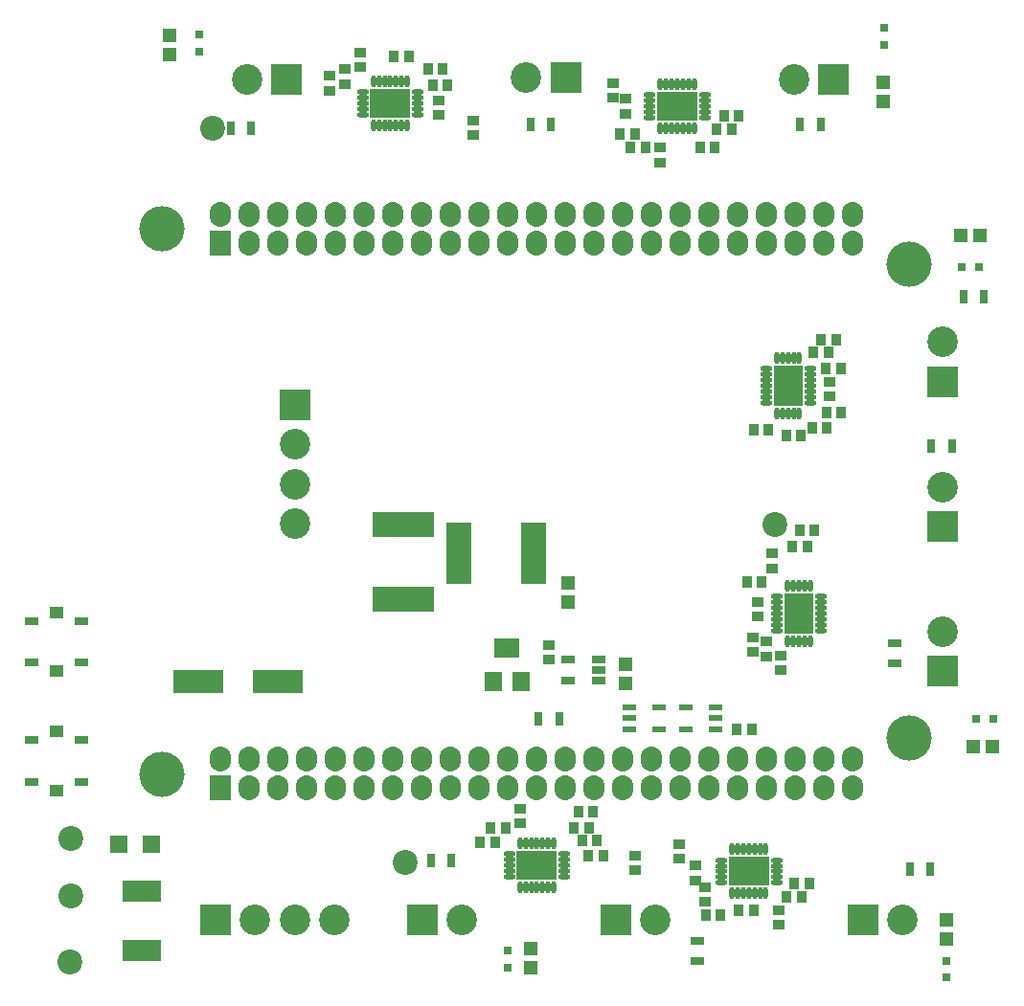
<source format=gts>
G04 DipTrace 3.3.1.3*
G04 Powerboardv0.7.gts*
%MOMM*%
G04 #@! TF.FileFunction,Soldermask,Top*
G04 #@! TF.Part,Single*
%ADD34R,0.8X1.2*%
%ADD35R,1.2X0.8*%
%ADD37R,0.8X0.8*%
%ADD59R,1.2X0.55*%
%ADD68C,4.0*%
%ADD76R,2.60015X3.60015*%
%ADD78R,3.60015X2.60015*%
%ADD80O,1.05015X0.50015*%
%ADD82O,0.50015X1.05015*%
%ADD84R,1.30015X0.80015*%
%ADD88R,1.20015X1.00015*%
%ADD90R,1.20015X0.80015*%
%ADD92R,1.10015X0.90015*%
%ADD94R,1.50015X1.80015*%
%ADD96R,2.20015X1.80015*%
%ADD98R,0.90015X1.10015*%
%ADD100R,1.30015X1.20015*%
%ADD102R,1.20015X1.30015*%
%ADD104R,1.90015X2.20015*%
%ADD106O,1.90015X2.20015*%
%ADD108C,2.20015*%
%ADD110R,2.70015X2.70015*%
%ADD112C,2.70015*%
%ADD114R,5.50015X2.20015*%
%ADD116R,2.20015X5.50015*%
%ADD118R,3.35015X1.98015*%
%ADD122R,1.50015X1.60015*%
%ADD128R,4.40015X2.10015*%
%FSLAX35Y35*%
G04*
G71*
G90*
G75*
G01*
G04 TopMask*
%LPD*%
D128*
X1020010Y820013D3*
X320010D3*
D34*
X2553500Y-762000D3*
X2373500D3*
X6609250Y-844250D3*
X6789250D3*
D35*
X6477000Y1156500D3*
Y976500D3*
D34*
X7080527Y4222750D3*
X7260527D3*
X5638000Y5746750D3*
X5818000D3*
X785623Y5715000D3*
X605623D3*
D35*
X4730750Y-1476373D3*
Y-1656373D3*
D34*
X6796873Y2905127D3*
X6976873D3*
X3256750Y5746750D3*
X3436750D3*
X3506000Y492127D3*
X3326000D3*
D122*
X-95250Y-619123D3*
X-385250D3*
D37*
X3050000Y-1710000D3*
Y-1560000D3*
X6930000Y-1650000D3*
Y-1800000D3*
X7345750Y487750D3*
X7195750D3*
X7068750Y4481127D3*
X7218750D3*
X6380000Y6450000D3*
Y6600000D3*
X330000Y6540000D3*
Y6390000D3*
D118*
X-180007Y-1560003D3*
Y-1040003D3*
D116*
X2619373Y1952627D3*
X3279373D3*
D114*
X2127250Y2206627D3*
Y1546627D3*
D112*
X3215000Y6163750D3*
D110*
X3565000D3*
D108*
X444500Y5715000D3*
X5414253Y2203087D3*
D112*
X1520000Y-1293997D3*
X1170000D3*
X820000D3*
D110*
X470000D3*
D112*
X1170000Y2214127D3*
Y2564127D3*
Y2914127D3*
D110*
Y3264127D3*
D108*
X-820000Y-1660000D3*
X2143123Y-777873D3*
X-810000Y-570000D3*
Y-1080000D3*
D112*
X4360000Y-1293997D3*
D110*
X4010000D3*
D112*
X6899377Y2540000D3*
D110*
Y2190000D3*
D112*
X2650000Y-1293997D3*
D110*
X2300000D3*
D112*
X6540000D3*
D110*
X6190000D3*
D112*
X6899377Y1260000D3*
D110*
Y910000D3*
D112*
Y3820000D3*
D110*
Y3470000D3*
D112*
X5580000Y6147873D3*
D110*
X5930000D3*
D112*
X750000D3*
D110*
X1100000D3*
D106*
X509997Y129990D3*
X763997D3*
X1017997D3*
X1271997D3*
X1525997D3*
X1779997D3*
X2033997D3*
X2287997D3*
X2541997D3*
X2795997D3*
X3049997D3*
X3303997D3*
X3557997D3*
X3811997D3*
X4065997D3*
X4319997D3*
X4573997D3*
X4827997D3*
X5081997D3*
X5335997D3*
X5589997D3*
X5843997D3*
X6097997D3*
Y-124010D3*
X5843997D3*
X5589997D3*
X5335997D3*
X5081997D3*
X4827997D3*
X4573997D3*
X4319997D3*
X4065997D3*
X3811997D3*
X3557997D3*
X3303997D3*
X3049997D3*
X2795997D3*
X2541997D3*
X2287997D3*
X2033997D3*
X1779997D3*
X1525997D3*
X1271997D3*
X1017997D3*
X763997D3*
D104*
X509997D3*
D106*
X510010Y4950003D3*
X764010D3*
X1018010D3*
X1272010D3*
X1526010D3*
X1780010D3*
X2034010D3*
X2288010D3*
X2542010D3*
X2796010D3*
X3050010D3*
X3304010D3*
X3558010D3*
X3812010D3*
X4066010D3*
X4320010D3*
X4574010D3*
X4828010D3*
X5082010D3*
X5336010D3*
X5590010D3*
X5844010D3*
X6098010D3*
Y4696003D3*
X5844010D3*
X5590010D3*
X5336010D3*
X5082010D3*
X4828010D3*
X4574010D3*
X4320010D3*
X4066010D3*
X3812010D3*
X3558010D3*
X3304010D3*
X3050010D3*
X2796010D3*
X2542010D3*
X2288010D3*
X2034010D3*
X1780010D3*
X1526010D3*
X1272010D3*
X1018010D3*
X764010D3*
D104*
X510010D3*
D102*
X3254377Y-1539873D3*
Y-1709873D3*
X6930000Y-1290000D3*
Y-1460000D3*
D100*
X7169873Y243750D3*
X7339873D3*
X7223123Y4762500D3*
X7053123D3*
D102*
X6375000Y5945000D3*
Y6115000D3*
X63500Y6365877D3*
Y6535877D3*
D98*
X5208500Y395377D3*
X5078500D3*
D96*
X3047987Y1111250D3*
D94*
X3171920Y821250D3*
X2922987D3*
D102*
X3582123Y1518377D3*
Y1688377D3*
X4095750Y968377D3*
Y798377D3*
D92*
X3413123Y1143000D3*
Y1013000D3*
D90*
X-719377Y300000D3*
X-1159377D3*
Y-70000D3*
X-719377D3*
D88*
X-939377Y375000D3*
Y-145000D3*
D90*
X-716813Y1355000D3*
X-1156813D3*
Y985000D3*
X-716813D3*
D88*
X-936813Y1430000D3*
Y910000D3*
D59*
X4127500Y587377D3*
Y492377D3*
Y397377D3*
X4387520D3*
Y587377D3*
X4889500Y397377D3*
Y492377D3*
Y587377D3*
X4629480D3*
Y397377D3*
D84*
X3857623Y825500D3*
Y920500D3*
Y1015500D3*
X3587623D3*
Y825500D3*
D92*
X4180000Y-850000D3*
Y-720000D3*
X4570000Y-748250D3*
Y-618250D3*
D98*
X2809873Y-603247D3*
X2939873D3*
X5716500Y-966877D3*
X5586500D3*
X3810000Y-333373D3*
X3680000D3*
X3765000Y-725000D3*
X3895000D3*
X3710000Y-590000D3*
X3840000D3*
X2903623Y-477750D3*
X3033623D3*
D92*
X3165000Y-305000D3*
Y-435000D3*
D98*
X3640000Y-480000D3*
X3770000D3*
X5225000Y-1205000D3*
X5095000D3*
D92*
X4710000Y-940000D3*
Y-810000D3*
X4800000Y-1130000D3*
Y-1000000D3*
D98*
X5650000Y-1090000D3*
X5520000D3*
D92*
X5445123Y-1333500D3*
Y-1203500D3*
D98*
X4935000Y-1245000D3*
X4805000D3*
D82*
X3160000Y-1004053D3*
X3210000D3*
X3260000D3*
X3310000D3*
X3360000D3*
X3410000D3*
X3460000D3*
D80*
X3555000Y-909053D3*
Y-859053D3*
Y-809053D3*
Y-759053D3*
Y-709053D3*
D82*
X3460000Y-614053D3*
X3410000D3*
X3360000D3*
X3310000D3*
X3260000D3*
X3210000D3*
X3160000D3*
D80*
X3065000Y-709053D3*
Y-759053D3*
Y-809053D3*
Y-859053D3*
Y-909053D3*
D78*
X3310000Y-809053D3*
D82*
X5334000Y-666750D3*
X5284000D3*
X5234000D3*
X5184000D3*
X5134000D3*
X5084000D3*
X5034000D3*
D80*
X4939000Y-761750D3*
Y-811750D3*
Y-861750D3*
Y-911750D3*
Y-961750D3*
D82*
X5034000Y-1056750D3*
X5084000D3*
X5134000D3*
X5184000D3*
X5234000D3*
X5284000D3*
X5334000D3*
D80*
X5429000Y-961750D3*
Y-911750D3*
Y-861750D3*
Y-811750D3*
Y-761750D3*
D78*
X5184000Y-861750D3*
D98*
X5763830Y2158617D3*
X5633830D3*
X5356703Y3045267D3*
X5226703D3*
D92*
X5462500Y919250D3*
Y1049250D3*
D98*
X5953123Y3841750D3*
X5823123D3*
D92*
X5260000Y1390000D3*
Y1520000D3*
D98*
X5570000Y2010000D3*
X5700000D3*
D92*
X5390000Y1820000D3*
Y1950000D3*
X5340000Y1040000D3*
Y1170000D3*
X5220000Y1080000D3*
Y1210000D3*
D98*
X5170000Y1700000D3*
X5300000D3*
D92*
X5900743Y3468723D3*
Y3338723D3*
D98*
X5647253Y2994413D3*
X5517253D3*
X5875687Y3058167D3*
X5745687D3*
X5886363Y3729533D3*
X5756363D3*
X5996100Y3590813D3*
X5866100D3*
X6000607Y3200437D3*
X5870607D3*
D80*
X5820000Y1270000D3*
Y1320000D3*
Y1370000D3*
Y1420000D3*
Y1470000D3*
Y1520000D3*
Y1570000D3*
D82*
X5725000Y1665000D3*
X5675000D3*
X5625000D3*
X5575000D3*
X5525000D3*
D80*
X5430000Y1570000D3*
Y1520000D3*
Y1470000D3*
Y1420000D3*
Y1370000D3*
Y1320000D3*
Y1270000D3*
D82*
X5525000Y1175000D3*
X5575000D3*
X5625000D3*
X5675000D3*
X5725000D3*
D76*
X5625000Y1420000D3*
D80*
X5335000Y3585000D3*
Y3535000D3*
Y3485000D3*
Y3435000D3*
Y3385000D3*
Y3335000D3*
Y3285000D3*
D82*
X5430000Y3190000D3*
X5480000D3*
X5530000D3*
X5580000D3*
X5630000D3*
D80*
X5725000Y3285000D3*
Y3335000D3*
Y3385000D3*
Y3435000D3*
Y3485000D3*
Y3535000D3*
Y3585000D3*
D82*
X5630000Y3680000D3*
X5580000D3*
X5530000D3*
X5480000D3*
X5430000D3*
D76*
X5530000Y3435000D3*
D92*
X2746377Y5778500D3*
Y5648500D3*
X3980000Y6110000D3*
Y5980000D3*
D98*
X5095873Y5826123D3*
X4965873D3*
D92*
X1476377Y6175377D3*
Y6045377D3*
X4400000Y5410000D3*
Y5540000D3*
X4095750Y5842000D3*
Y5972000D3*
D98*
X4175000Y5665000D3*
X4045000D3*
X5030000Y5700000D3*
X4900000D3*
X4885000Y5545000D3*
X4755000D3*
X4270000Y5540000D3*
X4140000D3*
X2047873Y6350000D3*
X2177873D3*
D92*
X2440000Y5960000D3*
Y5830000D3*
D98*
X2390000Y6090000D3*
X2520000D3*
D92*
X1615000Y6235000D3*
Y6105000D3*
X1750000Y6380000D3*
Y6250000D3*
D98*
X2479500Y6238873D3*
X2349500D3*
D82*
X4700000Y6100000D3*
X4650000D3*
X4600000D3*
X4550000D3*
X4500000D3*
X4450000D3*
X4400000D3*
D80*
X4305000Y6005000D3*
Y5955000D3*
Y5905000D3*
Y5855000D3*
Y5805000D3*
D82*
X4400000Y5710000D3*
X4450000D3*
X4500000D3*
X4550000D3*
X4600000D3*
X4650000D3*
X4700000D3*
D80*
X4795000Y5805000D3*
Y5855000D3*
Y5905000D3*
Y5955000D3*
Y6005000D3*
D78*
X4550000Y5905000D3*
D82*
X1865000Y5735000D3*
X1915000D3*
X1965000D3*
X2015000D3*
X2065000D3*
X2115000D3*
X2165000D3*
D80*
X2260000Y5830000D3*
Y5880000D3*
Y5930000D3*
Y5980000D3*
Y6030000D3*
D82*
X2165000Y6125000D3*
X2115000D3*
X2065000D3*
X2015000D3*
X1965000D3*
X1915000D3*
X1865000D3*
D80*
X1770000Y6030000D3*
Y5980000D3*
Y5930000D3*
Y5880000D3*
Y5830000D3*
D78*
X2015000Y5930000D3*
D68*
X0Y4826000D3*
X6604000Y4508500D3*
Y317500D3*
X0Y0D3*
M02*

</source>
